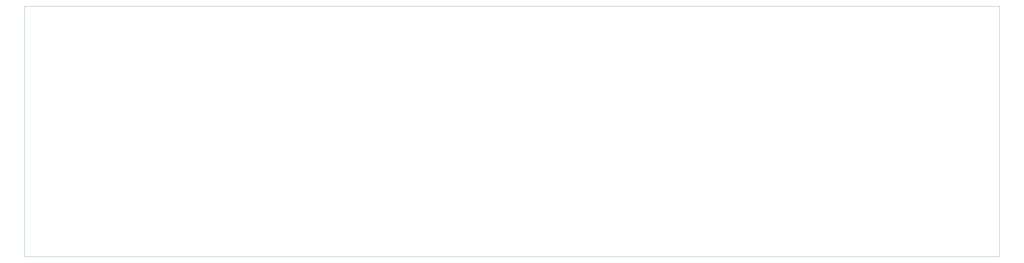
<source format=gbr>
%TF.GenerationSoftware,Altium Limited,Altium Designer,24.4.1 (13)*%
G04 Layer_Color=0*
%FSLAX45Y45*%
%MOMM*%
%TF.SameCoordinates,4FF739F8-A24E-4C84-90D3-729B67262028*%
%TF.FilePolarity,Positive*%
%TF.FileFunction,Profile,NP*%
%TF.Part,Single*%
G01*
G75*
%TA.AperFunction,Profile*%
%ADD50C,0.02540*%
D50*
X2555000Y4347500D02*
Y13347501D01*
X37554999D01*
Y4347500D01*
X2555000D01*
%TF.MD5,d0dd928ec97d21468863c439762491b3*%
M02*

</source>
